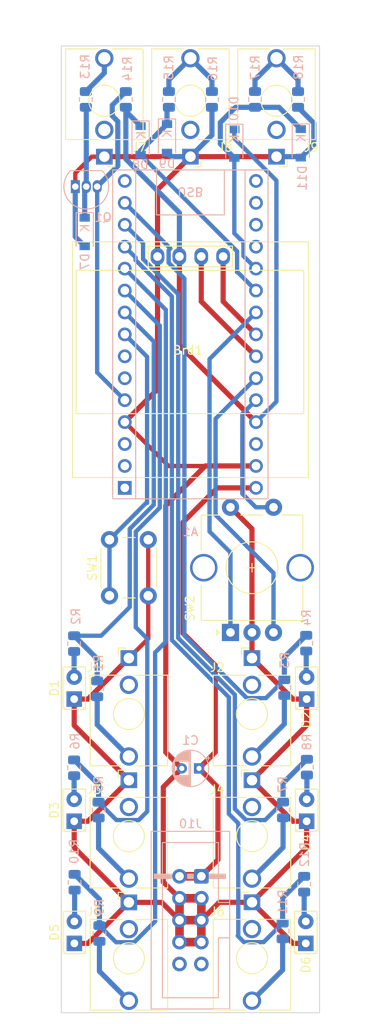
<source format=kicad_pcb>
(kicad_pcb (version 20211014) (generator pcbnew)

  (general
    (thickness 1.6)
  )

  (paper "A4")
  (layers
    (0 "F.Cu" signal)
    (31 "B.Cu" signal)
    (32 "B.Adhes" user "B.Adhesive")
    (33 "F.Adhes" user "F.Adhesive")
    (34 "B.Paste" user)
    (35 "F.Paste" user)
    (36 "B.SilkS" user "B.Silkscreen")
    (37 "F.SilkS" user "F.Silkscreen")
    (38 "B.Mask" user)
    (39 "F.Mask" user)
    (40 "Dwgs.User" user "User.Drawings")
    (41 "Cmts.User" user "User.Comments")
    (42 "Eco1.User" user "User.Eco1")
    (43 "Eco2.User" user "User.Eco2")
    (44 "Edge.Cuts" user)
    (45 "Margin" user)
    (46 "B.CrtYd" user "B.Courtyard")
    (47 "F.CrtYd" user "F.Courtyard")
    (48 "B.Fab" user)
    (49 "F.Fab" user)
    (50 "User.1" user)
    (51 "User.2" user)
    (52 "User.3" user)
    (53 "User.4" user)
    (54 "User.5" user)
    (55 "User.6" user)
    (56 "User.7" user)
    (57 "User.8" user)
    (58 "User.9" user)
  )

  (setup
    (stackup
      (layer "F.SilkS" (type "Top Silk Screen"))
      (layer "F.Paste" (type "Top Solder Paste"))
      (layer "F.Mask" (type "Top Solder Mask") (thickness 0.01))
      (layer "F.Cu" (type "copper") (thickness 0.035))
      (layer "dielectric 1" (type "core") (thickness 1.51) (material "FR4") (epsilon_r 4.5) (loss_tangent 0.02))
      (layer "B.Cu" (type "copper") (thickness 0.035))
      (layer "B.Mask" (type "Bottom Solder Mask") (thickness 0.01))
      (layer "B.Paste" (type "Bottom Solder Paste"))
      (layer "B.SilkS" (type "Bottom Silk Screen"))
      (copper_finish "None")
      (dielectric_constraints no)
    )
    (pad_to_mask_clearance 0)
    (aux_axis_origin 100 40)
    (pcbplotparams
      (layerselection 0x00010fc_ffffffff)
      (disableapertmacros false)
      (usegerberextensions false)
      (usegerberattributes true)
      (usegerberadvancedattributes true)
      (creategerberjobfile true)
      (svguseinch false)
      (svgprecision 6)
      (excludeedgelayer true)
      (plotframeref false)
      (viasonmask false)
      (mode 1)
      (useauxorigin false)
      (hpglpennumber 1)
      (hpglpenspeed 20)
      (hpglpendiameter 15.000000)
      (dxfpolygonmode true)
      (dxfimperialunits true)
      (dxfusepcbnewfont true)
      (psnegative false)
      (psa4output false)
      (plotreference true)
      (plotvalue true)
      (plotinvisibletext false)
      (sketchpadsonfab false)
      (subtractmaskfromsilk false)
      (outputformat 1)
      (mirror false)
      (drillshape 1)
      (scaleselection 1)
      (outputdirectory "")
    )
  )

  (net 0 "")
  (net 1 "unconnected-(A1-Pad1)")
  (net 2 "unconnected-(A1-Pad2)")
  (net 3 "unconnected-(A1-Pad3)")
  (net 4 "GND")
  (net 5 "DIGITAL INPUT")
  (net 6 "ENC_D2")
  (net 7 "ENC_D1")
  (net 8 "Channel 1")
  (net 9 "Channel 2")
  (net 10 "Channel 3")
  (net 11 "Channel 4")
  (net 12 "Channel 5")
  (net 13 "Channel 6")
  (net 14 "START STOP BTN")
  (net 15 "unconnected-(A1-Pad15)")
  (net 16 "unconnected-(A1-Pad16)")
  (net 17 "unconnected-(A1-Pad17)")
  (net 18 "unconnected-(A1-Pad18)")
  (net 19 "unconnected-(A1-Pad19)")
  (net 20 "A1 INPUT")
  (net 21 "A2 INPUT")
  (net 22 "ENC_BTN")
  (net 23 "I2C SDA")
  (net 24 "I2C SCL")
  (net 25 "+5V")
  (net 26 "unconnected-(A1-Pad28)")
  (net 27 "+12V")
  (net 28 "Net-(D1-Pad2)")
  (net 29 "Net-(D2-Pad2)")
  (net 30 "Net-(D3-Pad2)")
  (net 31 "Net-(D4-Pad2)")
  (net 32 "Net-(D5-Pad2)")
  (net 33 "Net-(D6-Pad2)")
  (net 34 "Net-(D7-Pad1)")
  (net 35 "Net-(J1-PadT)")
  (net 36 "unconnected-(J1-PadTN)")
  (net 37 "Net-(J2-PadT)")
  (net 38 "unconnected-(J2-PadTN)")
  (net 39 "Net-(J3-PadT)")
  (net 40 "unconnected-(J3-PadTN)")
  (net 41 "Net-(J4-PadT)")
  (net 42 "unconnected-(J4-PadTN)")
  (net 43 "Net-(J5-PadT)")
  (net 44 "unconnected-(J5-PadTN)")
  (net 45 "Net-(J6-PadT)")
  (net 46 "unconnected-(J6-PadTN)")
  (net 47 "Net-(J7-PadT)")
  (net 48 "unconnected-(J7-PadTN)")
  (net 49 "Net-(J8-PadT)")
  (net 50 "unconnected-(J8-PadTN)")
  (net 51 "Net-(J9-PadT)")
  (net 52 "unconnected-(J9-PadTN)")
  (net 53 "unconnected-(J10-Pad9)")
  (net 54 "unconnected-(J10-Pad10)")
  (net 55 "unconnected-(A1-Pad7)")
  (net 56 "unconnected-(A1-Pad6)")

  (footprint "gtoe:thonkiconn" (layer "F.Cu") (at 125 46.35 180))

  (footprint "gtoe:FlatTopLed" (layer "F.Cu") (at 101.52 142.7 90))

  (footprint "gtoe:thonkiconn" (layer "F.Cu") (at 122.15 117.4))

  (footprint "gtoe:thonkiconn" (layer "F.Cu") (at 107.85 145.7))

  (footprint "gtoe:thonkiconn" (layer "F.Cu") (at 115 46.35 180))

  (footprint "gtoe:FlatTopLed" (layer "F.Cu") (at 128.5 128.55 90))

  (footprint "gtoe:FlatTopLed" (layer "F.Cu") (at 101.5 128.55 90))

  (footprint "gtoe:thonkiconn" (layer "F.Cu") (at 107.85 131.55))

  (footprint "gtoe:FlatTopLed" (layer "F.Cu") (at 128.5 114.4 90))

  (footprint "gtoe:SwitchEncoder" (layer "F.Cu") (at 122.15 100.45 90))

  (footprint "gtoe:thonkiconn" (layer "F.Cu") (at 122.15 145.69))

  (footprint "gtoe:I2C SSD1306" (layer "F.Cu") (at 115 75))

  (footprint "gtoe:thonkiconn" (layer "F.Cu") (at 107.85 117.4))

  (footprint "gtoe:FlatTopLed" (layer "F.Cu") (at 128.4 142.7 90))

  (footprint "gtoe:FlatTopLed" (layer "F.Cu") (at 101.5 114.4 90))

  (footprint "gtoe:thonkiconn" (layer "F.Cu") (at 122.15 131.55))

  (footprint "gtoe:thonkiconn" (layer "F.Cu") (at 105 46.35 180))

  (footprint "gtoe:button" (layer "F.Cu") (at 107.85 100.45 90))

  (footprint "Resistor_SMD:R_0805_2012Metric" (layer "B.Cu") (at 107.5 46.2 -90))

  (footprint "Resistor_SMD:R_0805_2012Metric" (layer "B.Cu") (at 112.5 46.2 90))

  (footprint "Capacitor_THT:CP_Radial_D4.0mm_P2.00mm" (layer "B.Cu") (at 116.0004 123.7 180))

  (footprint "Resistor_SMD:R_0805_2012Metric" (layer "B.Cu") (at 117.5 46.2 -90))

  (footprint "Resistor_SMD:R_0805_2012Metric" (layer "B.Cu") (at 122.5 46.2 90))

  (footprint "Diode_SMD:D_SOD-123" (layer "B.Cu") (at 127.82 51.29 -90))

  (footprint "Resistor_SMD:R_0805_2012Metric" (layer "B.Cu") (at 101.49 123.63 90))

  (footprint "Diode_SMD:D_SOD-123" (layer "B.Cu") (at 112.28 50.71 -90))

  (footprint "Resistor_SMD:R_0805_2012Metric" (layer "B.Cu") (at 104.33 128.52 -90))

  (footprint "Resistor_SMD:R_0805_2012Metric" (layer "B.Cu") (at 127.5 46.2 -90))

  (footprint "gtoe:Arduino_Nano (adjusted courtyard)" (layer "B.Cu") (at 115 76))

  (footprint "Resistor_SMD:R_0805_2012Metric" (layer "B.Cu") (at 125.71 142.53 -90))

  (footprint "Resistor_SMD:R_0805_2012Metric" (layer "B.Cu") (at 104.43 142.82 -90))

  (footprint "Resistor_SMD:R_0805_2012Metric" (layer "B.Cu") (at 128.45 109.19 90))

  (footprint "Resistor_SMD:R_0805_2012Metric" (layer "B.Cu") (at 128.21 137.11 90))

  (footprint "Resistor_SMD:R_0805_2012Metric" (layer "B.Cu") (at 125.91 114.33 -90))

  (footprint "Diode_SMD:D_SOD-123" (layer "B.Cu") (at 120.1 51.32 -90))

  (footprint "Resistor_SMD:R_0805_2012Metric" (layer "B.Cu") (at 101.55 136.8825 90))

  (footprint "Resistor_SMD:R_0805_2012Metric" (layer "B.Cu") (at 102.85 46.2 -90))

  (footprint "Resistor_SMD:R_0805_2012Metric" (layer "B.Cu") (at 101.49 109.24 90))

  (footprint "Resistor_SMD:R_0805_2012Metric" (layer "B.Cu") (at 128.53 123.55 90))

  (footprint "Diode_SMD:D_SOD-123" (layer "B.Cu") (at 102.72 61.56 -90))

  (footprint "Resistor_SMD:R_0805_2012Metric" (layer "B.Cu") (at 104.17 114.48 -90))

  (footprint "Resistor_SMD:R_0805_2012Metric" (layer "B.Cu") (at 125.76 128.51 -90))

  (footprint "Diode_SMD:D_SOD-123" (layer "B.Cu") (at 109.21 50.94 -90))

  (footprint "Package_TO_SOT_THT:TO-92_Inline" (layer "B.Cu") (at 101.63 56.3))

  (footprint "gtoe:2x5-eurorack-power" (layer "B.Cu")
    (tedit 5EAC9A07) (tstamp f6f85ebe-5dc9-4679-825f-486dca84f170)
    (at 115 141.28 180)
    (descr "Through hole IDC box header, 2x05, 2.54mm pitch, DIN 41651 / IEC 60603-13, double rows, https://docs.google.com/spreadsheets/d/16SsEcesNF15N3Lb4niX7dcUr-NY5_MFPQhobNuNppn4/edit#gid=0")
    (tags "Through hole vertical IDC box header THT 2x05 2.54mm double row")
    (property "Sheetfile" "gtoe.kicad_sch")
    (property "Sheetname" "")
    (path "/cfacf08c-d7f6-49e7-ab77-ddac5a3ad490")
    (attr through_hole)
    (fp_text reference "J10" (at 0 11.18) (layer "B.SilkS")
      (effects (font (size 1 1) (thickness 0.15)) (justify mirror))
      (tstamp 6bf18d5c-ae19-4713-84b9-5d48c710e078)
    )
    (fp_text value "Power" (at 0 -11.18) (layer "B.Fab")
      (effects (font (size 1 1) (thickness 0.15)) (justify mirror))
      (tstamp 462d7f1b-7869-4bed-b055-aee5ea6d2196)
    )
    (fp_text user "${REFERENCE}" (at -6.604 0.508 90) (layer "B.Fab")
      (effects (font (size 1 1) (thickness 0.15)) (justify mirror))
      (tstamp 21994620-f871-489e-b4ae-aa13ad479bc0)
    )
    (fp_line (start -4.56 10.29) (end 4.56 10.29) (layer "B.SilkS") (width 0.12) (tstamp 0120b533-8932-42a8-98de-3800d999e246))
    (fp_line (start -3.25 2.05) (end -3.25 8.99) (layer "B.SilkS") (width 0.12) (tstamp 0c6f19ae-b4bb-4384-b0fd-4f019fc5b8a9))
    (fp_line (start -3.25 8.99) (end 3.25 8.99) (layer "B.SilkS") (width 0.12) (tstamp 2907bce9-8bae-4908-931f-34a6588caaeb))
    (fp_line (start -3.25 -2.05) (end -4.56 -2.05) (layer "B.SilkS") (width 0.12) (tstamp 3036df87-71f0-426c-9457-238cef095c45))
    (fp_line (start -4.56 2.05) (end -3.25 2.05) (layer "B.SilkS") (width 0.12) (tstamp 4f5f4d05-3db7-47f9-acb1-9fc7631dc7af))
    (fp_line (start 3.25 8.99) (end 3.25 -8.99) (layer "B.SilkS") (width 0.12) (tstamp 70d46e17-5c7f-46b3-a5d9-7b89b28abfcb))
    (fp_line (start 4.56 10.29) (end 4.56 -10.29) (layer "B.SilkS") (width 0.12) (tstamp 7a5718f1-3c22-491b-93e6-9d02c22e3768))
    (
... [38125 chars truncated]
</source>
